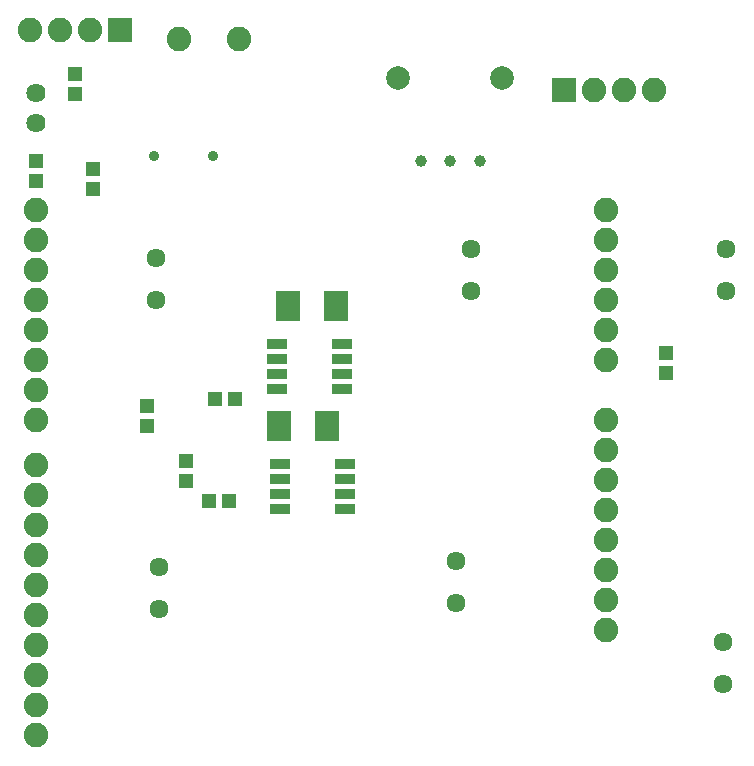
<source format=gts>
G75*
%MOIN*%
%OFA0B0*%
%FSLAX24Y24*%
%IPPOS*%
%LPD*%
%AMOC8*
5,1,8,0,0,1.08239X$1,22.5*
%
%ADD10R,0.0513X0.0474*%
%ADD11R,0.0680X0.0320*%
%ADD12C,0.0820*%
%ADD13R,0.0474X0.0513*%
%ADD14C,0.0352*%
%ADD15C,0.0354*%
%ADD16C,0.0640*%
%ADD17C,0.0635*%
%ADD18C,0.0787*%
%ADD19C,0.0394*%
%ADD20R,0.0820X0.0820*%
%ADD21R,0.0789X0.1025*%
D10*
X009200Y018718D03*
X009200Y019387D03*
X007900Y020568D03*
X007900Y021237D03*
X006100Y028468D03*
X006100Y029137D03*
X004200Y029387D03*
X004200Y028718D03*
X005500Y031618D03*
X005500Y032287D03*
X025200Y022987D03*
X025200Y022318D03*
D11*
X014380Y022302D03*
X014380Y022802D03*
X014380Y023302D03*
X014380Y021802D03*
X012220Y021802D03*
X012220Y022302D03*
X012220Y022802D03*
X012220Y023302D03*
X012320Y019302D03*
X012320Y018802D03*
X012320Y018302D03*
X012320Y017802D03*
X014480Y017802D03*
X014480Y018302D03*
X014480Y018802D03*
X014480Y019302D03*
D12*
X004200Y010252D03*
X004200Y011252D03*
X004200Y012252D03*
X004200Y013252D03*
X004200Y014252D03*
X004200Y015252D03*
X004200Y016252D03*
X004200Y017252D03*
X004200Y018252D03*
X004200Y019252D03*
X004200Y020752D03*
X004200Y021752D03*
X004200Y022752D03*
X004200Y023752D03*
X004200Y024752D03*
X004200Y025752D03*
X004200Y026752D03*
X004200Y027752D03*
X008950Y033452D03*
X010950Y033452D03*
X006000Y033752D03*
X005000Y033752D03*
X004000Y033752D03*
X022800Y031752D03*
X023800Y031752D03*
X024800Y031752D03*
X023200Y027752D03*
X023200Y026752D03*
X023200Y025752D03*
X023200Y024752D03*
X023200Y023752D03*
X023200Y022752D03*
X023200Y020752D03*
X023200Y019752D03*
X023200Y018752D03*
X023200Y017752D03*
X023200Y016752D03*
X023200Y015752D03*
X023200Y014752D03*
X023200Y013752D03*
D13*
X010835Y021452D03*
X010165Y021452D03*
X009965Y018052D03*
X010635Y018052D03*
D14*
X008116Y029552D03*
D15*
X010084Y029552D03*
D16*
X004200Y030652D03*
X004200Y031652D03*
D17*
X008200Y026152D03*
X008200Y024752D03*
X008300Y015852D03*
X008300Y014452D03*
X018200Y014652D03*
X018200Y016052D03*
X018700Y025052D03*
X018700Y026452D03*
X027200Y026452D03*
X027200Y025052D03*
X027100Y013352D03*
X027100Y011952D03*
D18*
X019732Y032152D03*
X016268Y032152D03*
D19*
X017016Y029396D03*
X018000Y029396D03*
X018984Y029396D03*
D20*
X021800Y031752D03*
X007000Y033752D03*
D21*
X012603Y024552D03*
X014197Y024552D03*
X013897Y020552D03*
X012303Y020552D03*
M02*

</source>
